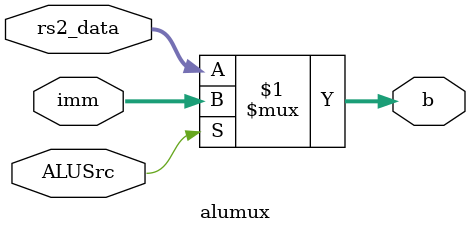
<source format=v>
module alumux(ALUSrc, rs2_data, imm, b);

input ALUSrc;
input [31:0] rs2_data, imm;
output [31:0] b;

assign b = ALUSrc ? imm : rs2_data;

endmodule
</source>
